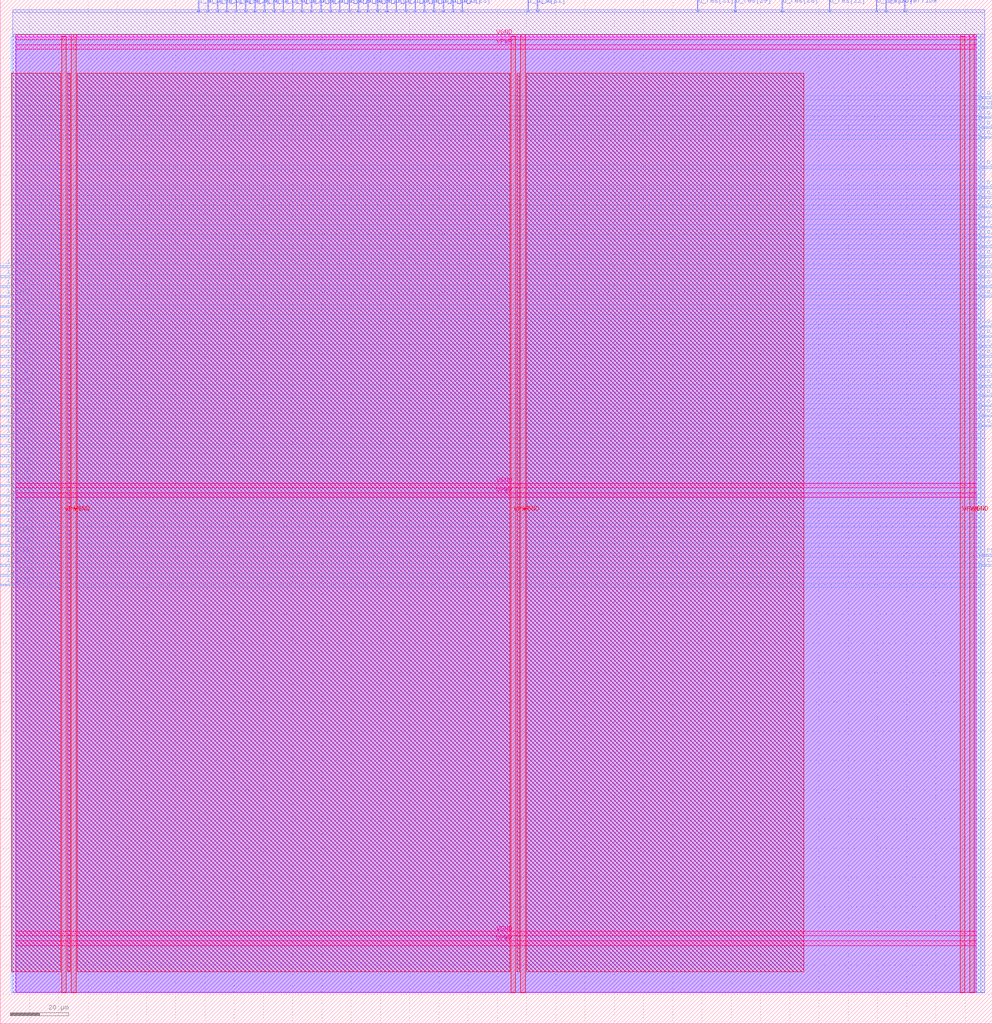
<source format=lef>
VERSION 5.7 ;
  NOWIREEXTENSIONATPIN ON ;
  DIVIDERCHAR "/" ;
  BUSBITCHARS "[]" ;
MACRO ALU
  CLASS BLOCK ;
  FOREIGN ALU ;
  ORIGIN 0.000 0.000 ;
  SIZE 339.240 BY 349.960 ;
  PIN VGND
    DIRECTION INOUT ;
    USE GROUND ;
    PORT
      LAYER met4 ;
        RECT 24.340 10.640 25.940 337.990 ;
    END
    PORT
      LAYER met4 ;
        RECT 177.940 10.640 179.540 337.990 ;
    END
    PORT
      LAYER met4 ;
        RECT 331.540 10.640 333.140 337.990 ;
    END
    PORT
      LAYER met5 ;
        RECT 5.280 30.030 333.740 31.630 ;
    END
    PORT
      LAYER met5 ;
        RECT 5.280 183.210 333.740 184.810 ;
    END
    PORT
      LAYER met5 ;
        RECT 5.280 336.390 333.740 337.990 ;
    END
  END VGND
  PIN VPWR
    DIRECTION INOUT ;
    USE POWER ;
    PORT
      LAYER met4 ;
        RECT 21.040 10.640 22.640 337.520 ;
    END
    PORT
      LAYER met4 ;
        RECT 174.640 10.640 176.240 337.520 ;
    END
    PORT
      LAYER met4 ;
        RECT 328.240 10.640 329.840 337.520 ;
    END
    PORT
      LAYER met5 ;
        RECT 5.280 26.730 333.740 28.330 ;
    END
    PORT
      LAYER met5 ;
        RECT 5.280 179.910 333.740 181.510 ;
    END
    PORT
      LAYER met5 ;
        RECT 5.280 333.090 333.740 334.690 ;
    END
  END VPWR
  PIN clk
    DIRECTION INPUT ;
    USE SIGNAL ;
    ANTENNAGATEAREA 0.852000 ;
    PORT
      LAYER met3 ;
        RECT 335.240 156.440 339.240 157.040 ;
    END
  END clk
  PIN i_a[0]
    DIRECTION INPUT ;
    USE SIGNAL ;
    ANTENNAGATEAREA 0.196500 ;
    PORT
      LAYER met3 ;
        RECT 0.000 258.440 4.000 259.040 ;
    END
  END i_a[0]
  PIN i_a[10]
    DIRECTION INPUT ;
    USE SIGNAL ;
    ANTENNAGATEAREA 0.196500 ;
    PORT
      LAYER met3 ;
        RECT 0.000 221.040 4.000 221.640 ;
    END
  END i_a[10]
  PIN i_a[11]
    DIRECTION INPUT ;
    USE SIGNAL ;
    ANTENNAGATEAREA 0.196500 ;
    PORT
      LAYER met3 ;
        RECT 0.000 214.240 4.000 214.840 ;
    END
  END i_a[11]
  PIN i_a[12]
    DIRECTION INPUT ;
    USE SIGNAL ;
    ANTENNAGATEAREA 0.196500 ;
    PORT
      LAYER met3 ;
        RECT 0.000 207.440 4.000 208.040 ;
    END
  END i_a[12]
  PIN i_a[13]
    DIRECTION INPUT ;
    USE SIGNAL ;
    ANTENNAGATEAREA 0.196500 ;
    PORT
      LAYER met3 ;
        RECT 0.000 200.640 4.000 201.240 ;
    END
  END i_a[13]
  PIN i_a[14]
    DIRECTION INPUT ;
    USE SIGNAL ;
    ANTENNAGATEAREA 0.196500 ;
    PORT
      LAYER met3 ;
        RECT 0.000 187.040 4.000 187.640 ;
    END
  END i_a[14]
  PIN i_a[15]
    DIRECTION INPUT ;
    USE SIGNAL ;
    ANTENNAGATEAREA 0.196500 ;
    PORT
      LAYER met3 ;
        RECT 0.000 193.840 4.000 194.440 ;
    END
  END i_a[15]
  PIN i_a[16]
    DIRECTION INPUT ;
    USE SIGNAL ;
    ANTENNAGATEAREA 0.196500 ;
    PORT
      LAYER met3 ;
        RECT 0.000 149.640 4.000 150.240 ;
    END
  END i_a[16]
  PIN i_a[17]
    DIRECTION INPUT ;
    USE SIGNAL ;
    ANTENNAGATEAREA 0.196500 ;
    PORT
      LAYER met3 ;
        RECT 0.000 156.440 4.000 157.040 ;
    END
  END i_a[17]
  PIN i_a[18]
    DIRECTION INPUT ;
    USE SIGNAL ;
    ANTENNAGATEAREA 0.196500 ;
    PORT
      LAYER met3 ;
        RECT 0.000 163.240 4.000 163.840 ;
    END
  END i_a[18]
  PIN i_a[19]
    DIRECTION INPUT ;
    USE SIGNAL ;
    ANTENNAGATEAREA 0.196500 ;
    PORT
      LAYER met3 ;
        RECT 0.000 153.040 4.000 153.640 ;
    END
  END i_a[19]
  PIN i_a[1]
    DIRECTION INPUT ;
    USE SIGNAL ;
    ANTENNAGATEAREA 0.196500 ;
    PORT
      LAYER met2 ;
        RECT 67.710 345.960 67.990 349.960 ;
    END
  END i_a[1]
  PIN i_a[20]
    DIRECTION INPUT ;
    USE SIGNAL ;
    ANTENNAGATEAREA 0.196500 ;
    PORT
      LAYER met3 ;
        RECT 0.000 183.640 4.000 184.240 ;
    END
  END i_a[20]
  PIN i_a[21]
    DIRECTION INPUT ;
    USE SIGNAL ;
    ANTENNAGATEAREA 0.196500 ;
    PORT
      LAYER met3 ;
        RECT 0.000 166.640 4.000 167.240 ;
    END
  END i_a[21]
  PIN i_a[22]
    DIRECTION INPUT ;
    USE SIGNAL ;
    ANTENNAGATEAREA 0.196500 ;
    PORT
      LAYER met3 ;
        RECT 0.000 159.840 4.000 160.440 ;
    END
  END i_a[22]
  PIN i_a[23]
    DIRECTION INPUT ;
    USE SIGNAL ;
    ANTENNAGATEAREA 0.196500 ;
    PORT
      LAYER met2 ;
        RECT 125.670 345.960 125.950 349.960 ;
    END
  END i_a[23]
  PIN i_a[24]
    DIRECTION INPUT ;
    USE SIGNAL ;
    ANTENNAGATEAREA 0.196500 ;
    PORT
      LAYER met2 ;
        RECT 122.450 345.960 122.730 349.960 ;
    END
  END i_a[24]
  PIN i_a[25]
    DIRECTION INPUT ;
    USE SIGNAL ;
    ANTENNAGATEAREA 0.196500 ;
    PORT
      LAYER met2 ;
        RECT 109.570 345.960 109.850 349.960 ;
    END
  END i_a[25]
  PIN i_a[26]
    DIRECTION INPUT ;
    USE SIGNAL ;
    ANTENNAGATEAREA 0.196500 ;
    PORT
      LAYER met2 ;
        RECT 119.230 345.960 119.510 349.960 ;
    END
  END i_a[26]
  PIN i_a[27]
    DIRECTION INPUT ;
    USE SIGNAL ;
    ANTENNAGATEAREA 0.196500 ;
    PORT
      LAYER met2 ;
        RECT 103.130 345.960 103.410 349.960 ;
    END
  END i_a[27]
  PIN i_a[28]
    DIRECTION INPUT ;
    USE SIGNAL ;
    ANTENNAGATEAREA 0.196500 ;
    PORT
      LAYER met2 ;
        RECT 112.790 345.960 113.070 349.960 ;
    END
  END i_a[28]
  PIN i_a[29]
    DIRECTION INPUT ;
    USE SIGNAL ;
    ANTENNAGATEAREA 0.196500 ;
    PORT
      LAYER met2 ;
        RECT 128.890 345.960 129.170 349.960 ;
    END
  END i_a[29]
  PIN i_a[2]
    DIRECTION INPUT ;
    USE SIGNAL ;
    ANTENNAGATEAREA 0.196500 ;
    PORT
      LAYER met2 ;
        RECT 83.810 345.960 84.090 349.960 ;
    END
  END i_a[2]
  PIN i_a[30]
    DIRECTION INPUT ;
    USE SIGNAL ;
    ANTENNAGATEAREA 0.196500 ;
    PORT
      LAYER met2 ;
        RECT 116.010 345.960 116.290 349.960 ;
    END
  END i_a[30]
  PIN i_a[31]
    DIRECTION INPUT ;
    USE SIGNAL ;
    ANTENNAGATEAREA 0.196500 ;
    PORT
      LAYER met2 ;
        RECT 183.630 345.960 183.910 349.960 ;
    END
  END i_a[31]
  PIN i_a[3]
    DIRECTION INPUT ;
    USE SIGNAL ;
    ANTENNAGATEAREA 0.196500 ;
    PORT
      LAYER met3 ;
        RECT 0.000 241.440 4.000 242.040 ;
    END
  END i_a[3]
  PIN i_a[4]
    DIRECTION INPUT ;
    USE SIGNAL ;
    ANTENNAGATEAREA 0.196500 ;
    PORT
      LAYER met2 ;
        RECT 90.250 345.960 90.530 349.960 ;
    END
  END i_a[4]
  PIN i_a[5]
    DIRECTION INPUT ;
    USE SIGNAL ;
    ANTENNAGATEAREA 0.196500 ;
    PORT
      LAYER met3 ;
        RECT 0.000 248.240 4.000 248.840 ;
    END
  END i_a[5]
  PIN i_a[6]
    DIRECTION INPUT ;
    USE SIGNAL ;
    ANTENNAGATEAREA 0.196500 ;
    PORT
      LAYER met3 ;
        RECT 0.000 238.040 4.000 238.640 ;
    END
  END i_a[6]
  PIN i_a[7]
    DIRECTION INPUT ;
    USE SIGNAL ;
    ANTENNAGATEAREA 0.196500 ;
    PORT
      LAYER met2 ;
        RECT 87.030 345.960 87.310 349.960 ;
    END
  END i_a[7]
  PIN i_a[8]
    DIRECTION INPUT ;
    USE SIGNAL ;
    ANTENNAGATEAREA 0.196500 ;
    PORT
      LAYER met3 ;
        RECT 0.000 234.640 4.000 235.240 ;
    END
  END i_a[8]
  PIN i_a[9]
    DIRECTION INPUT ;
    USE SIGNAL ;
    ANTENNAGATEAREA 0.196500 ;
    PORT
      LAYER met3 ;
        RECT 0.000 231.240 4.000 231.840 ;
    END
  END i_a[9]
  PIN i_b[0]
    DIRECTION INPUT ;
    USE SIGNAL ;
    ANTENNAGATEAREA 0.196500 ;
    PORT
      LAYER met2 ;
        RECT 70.930 345.960 71.210 349.960 ;
    END
  END i_b[0]
  PIN i_b[10]
    DIRECTION INPUT ;
    USE SIGNAL ;
    ANTENNAGATEAREA 0.196500 ;
    PORT
      LAYER met3 ;
        RECT 0.000 251.640 4.000 252.240 ;
    END
  END i_b[10]
  PIN i_b[11]
    DIRECTION INPUT ;
    USE SIGNAL ;
    ANTENNAGATEAREA 0.196500 ;
    PORT
      LAYER met3 ;
        RECT 0.000 244.840 4.000 245.440 ;
    END
  END i_b[11]
  PIN i_b[12]
    DIRECTION INPUT ;
    USE SIGNAL ;
    ANTENNAGATEAREA 0.196500 ;
    PORT
      LAYER met3 ;
        RECT 0.000 227.840 4.000 228.440 ;
    END
  END i_b[12]
  PIN i_b[13]
    DIRECTION INPUT ;
    USE SIGNAL ;
    ANTENNAGATEAREA 0.196500 ;
    PORT
      LAYER met3 ;
        RECT 0.000 224.440 4.000 225.040 ;
    END
  END i_b[13]
  PIN i_b[14]
    DIRECTION INPUT ;
    USE SIGNAL ;
    ANTENNAGATEAREA 0.196500 ;
    PORT
      LAYER met3 ;
        RECT 0.000 210.840 4.000 211.440 ;
    END
  END i_b[14]
  PIN i_b[15]
    DIRECTION INPUT ;
    USE SIGNAL ;
    ANTENNAGATEAREA 0.196500 ;
    PORT
      LAYER met3 ;
        RECT 0.000 217.640 4.000 218.240 ;
    END
  END i_b[15]
  PIN i_b[16]
    DIRECTION INPUT ;
    USE SIGNAL ;
    ANTENNAGATEAREA 0.196500 ;
    PORT
      LAYER met3 ;
        RECT 0.000 176.840 4.000 177.440 ;
    END
  END i_b[16]
  PIN i_b[17]
    DIRECTION INPUT ;
    USE SIGNAL ;
    ANTENNAGATEAREA 0.196500 ;
    PORT
      LAYER met3 ;
        RECT 0.000 170.040 4.000 170.640 ;
    END
  END i_b[17]
  PIN i_b[18]
    DIRECTION INPUT ;
    USE SIGNAL ;
    ANTENNAGATEAREA 0.196500 ;
    PORT
      LAYER met3 ;
        RECT 0.000 173.440 4.000 174.040 ;
    END
  END i_b[18]
  PIN i_b[19]
    DIRECTION INPUT ;
    USE SIGNAL ;
    ANTENNAGATEAREA 0.196500 ;
    PORT
      LAYER met3 ;
        RECT 0.000 180.240 4.000 180.840 ;
    END
  END i_b[19]
  PIN i_b[1]
    DIRECTION INPUT ;
    USE SIGNAL ;
    ANTENNAGATEAREA 0.196500 ;
    PORT
      LAYER met2 ;
        RECT 132.110 345.960 132.390 349.960 ;
    END
  END i_b[1]
  PIN i_b[20]
    DIRECTION INPUT ;
    USE SIGNAL ;
    ANTENNAGATEAREA 0.196500 ;
    PORT
      LAYER met3 ;
        RECT 0.000 190.440 4.000 191.040 ;
    END
  END i_b[20]
  PIN i_b[21]
    DIRECTION INPUT ;
    USE SIGNAL ;
    ANTENNAGATEAREA 0.196500 ;
    PORT
      LAYER met3 ;
        RECT 0.000 197.240 4.000 197.840 ;
    END
  END i_b[21]
  PIN i_b[22]
    DIRECTION INPUT ;
    USE SIGNAL ;
    ANTENNAGATEAREA 0.196500 ;
    PORT
      LAYER met3 ;
        RECT 0.000 204.040 4.000 204.640 ;
    END
  END i_b[22]
  PIN i_b[23]
    DIRECTION INPUT ;
    USE SIGNAL ;
    ANTENNAGATEAREA 0.196500 ;
    PORT
      LAYER met2 ;
        RECT 157.870 345.960 158.150 349.960 ;
    END
  END i_b[23]
  PIN i_b[24]
    DIRECTION INPUT ;
    USE SIGNAL ;
    ANTENNAGATEAREA 0.196500 ;
    PORT
      LAYER met2 ;
        RECT 151.430 345.960 151.710 349.960 ;
    END
  END i_b[24]
  PIN i_b[25]
    DIRECTION INPUT ;
    USE SIGNAL ;
    ANTENNAGATEAREA 0.196500 ;
    PORT
      LAYER met2 ;
        RECT 135.330 345.960 135.610 349.960 ;
    END
  END i_b[25]
  PIN i_b[26]
    DIRECTION INPUT ;
    USE SIGNAL ;
    ANTENNAGATEAREA 0.196500 ;
    PORT
      LAYER met2 ;
        RECT 148.210 345.960 148.490 349.960 ;
    END
  END i_b[26]
  PIN i_b[27]
    DIRECTION INPUT ;
    USE SIGNAL ;
    ANTENNAGATEAREA 0.196500 ;
    PORT
      LAYER met2 ;
        RECT 138.550 345.960 138.830 349.960 ;
    END
  END i_b[27]
  PIN i_b[28]
    DIRECTION INPUT ;
    USE SIGNAL ;
    ANTENNAGATEAREA 0.196500 ;
    PORT
      LAYER met2 ;
        RECT 154.650 345.960 154.930 349.960 ;
    END
  END i_b[28]
  PIN i_b[29]
    DIRECTION INPUT ;
    USE SIGNAL ;
    ANTENNAGATEAREA 0.196500 ;
    PORT
      LAYER met2 ;
        RECT 141.770 345.960 142.050 349.960 ;
    END
  END i_b[29]
  PIN i_b[2]
    DIRECTION INPUT ;
    USE SIGNAL ;
    ANTENNAGATEAREA 0.196500 ;
    PORT
      LAYER met2 ;
        RECT 106.350 345.960 106.630 349.960 ;
    END
  END i_b[2]
  PIN i_b[30]
    DIRECTION INPUT ;
    USE SIGNAL ;
    ANTENNAGATEAREA 0.196500 ;
    PORT
      LAYER met2 ;
        RECT 144.990 345.960 145.270 349.960 ;
    END
  END i_b[30]
  PIN i_b[31]
    DIRECTION INPUT ;
    USE SIGNAL ;
    ANTENNAGATEAREA 0.196500 ;
    PORT
      LAYER met2 ;
        RECT 180.410 345.960 180.690 349.960 ;
    END
  END i_b[31]
  PIN i_b[3]
    DIRECTION INPUT ;
    USE SIGNAL ;
    ANTENNAGATEAREA 0.196500 ;
    PORT
      LAYER met2 ;
        RECT 74.150 345.960 74.430 349.960 ;
    END
  END i_b[3]
  PIN i_b[4]
    DIRECTION INPUT ;
    USE SIGNAL ;
    ANTENNAGATEAREA 0.196500 ;
    PORT
      LAYER met2 ;
        RECT 96.690 345.960 96.970 349.960 ;
    END
  END i_b[4]
  PIN i_b[5]
    DIRECTION INPUT ;
    USE SIGNAL ;
    ANTENNAGATEAREA 0.196500 ;
    PORT
      LAYER met2 ;
        RECT 77.370 345.960 77.650 349.960 ;
    END
  END i_b[5]
  PIN i_b[6]
    DIRECTION INPUT ;
    USE SIGNAL ;
    ANTENNAGATEAREA 0.196500 ;
    PORT
      LAYER met2 ;
        RECT 99.910 345.960 100.190 349.960 ;
    END
  END i_b[6]
  PIN i_b[7]
    DIRECTION INPUT ;
    USE SIGNAL ;
    ANTENNAGATEAREA 0.196500 ;
    PORT
      LAYER met2 ;
        RECT 93.470 345.960 93.750 349.960 ;
    END
  END i_b[7]
  PIN i_b[8]
    DIRECTION INPUT ;
    USE SIGNAL ;
    ANTENNAGATEAREA 0.196500 ;
    PORT
      LAYER met2 ;
        RECT 80.590 345.960 80.870 349.960 ;
    END
  END i_b[8]
  PIN i_b[9]
    DIRECTION INPUT ;
    USE SIGNAL ;
    ANTENNAGATEAREA 0.196500 ;
    PORT
      LAYER met3 ;
        RECT 0.000 255.040 4.000 255.640 ;
    END
  END i_b[9]
  PIN i_vld
    DIRECTION INPUT ;
    USE SIGNAL ;
    ANTENNAGATEAREA 0.196500 ;
    PORT
      LAYER met2 ;
        RECT 302.770 345.960 303.050 349.960 ;
    END
  END i_vld
  PIN o_res[0]
    DIRECTION OUTPUT ;
    USE SIGNAL ;
    ANTENNADIFFAREA 0.445500 ;
    PORT
      LAYER met3 ;
        RECT 335.240 224.440 339.240 225.040 ;
    END
  END o_res[0]
  PIN o_res[10]
    DIRECTION OUTPUT ;
    USE SIGNAL ;
    ANTENNADIFFAREA 0.445500 ;
    PORT
      LAYER met3 ;
        RECT 335.240 248.240 339.240 248.840 ;
    END
  END o_res[10]
  PIN o_res[11]
    DIRECTION OUTPUT ;
    USE SIGNAL ;
    ANTENNADIFFAREA 0.445500 ;
    PORT
      LAYER met3 ;
        RECT 335.240 251.640 339.240 252.240 ;
    END
  END o_res[11]
  PIN o_res[12]
    DIRECTION OUTPUT ;
    USE SIGNAL ;
    ANTENNADIFFAREA 0.445500 ;
    PORT
      LAYER met3 ;
        RECT 335.240 238.040 339.240 238.640 ;
    END
  END o_res[12]
  PIN o_res[13]
    DIRECTION OUTPUT ;
    USE SIGNAL ;
    ANTENNADIFFAREA 0.445500 ;
    PORT
      LAYER met3 ;
        RECT 335.240 258.440 339.240 259.040 ;
    END
  END o_res[13]
  PIN o_res[14]
    DIRECTION OUTPUT ;
    USE SIGNAL ;
    ANTENNADIFFAREA 0.445500 ;
    PORT
      LAYER met3 ;
        RECT 335.240 272.040 339.240 272.640 ;
    END
  END o_res[14]
  PIN o_res[15]
    DIRECTION OUTPUT ;
    USE SIGNAL ;
    ANTENNADIFFAREA 0.445500 ;
    PORT
      LAYER met3 ;
        RECT 335.240 255.040 339.240 255.640 ;
    END
  END o_res[15]
  PIN o_res[16]
    DIRECTION OUTPUT ;
    USE SIGNAL ;
    ANTENNADIFFAREA 0.445500 ;
    PORT
      LAYER met3 ;
        RECT 335.240 261.840 339.240 262.440 ;
    END
  END o_res[16]
  PIN o_res[17]
    DIRECTION OUTPUT ;
    USE SIGNAL ;
    ANTENNADIFFAREA 0.445500 ;
    PORT
      LAYER met3 ;
        RECT 335.240 282.240 339.240 282.840 ;
    END
  END o_res[17]
  PIN o_res[18]
    DIRECTION OUTPUT ;
    USE SIGNAL ;
    ANTENNADIFFAREA 0.445500 ;
    PORT
      LAYER met3 ;
        RECT 335.240 275.440 339.240 276.040 ;
    END
  END o_res[18]
  PIN o_res[19]
    DIRECTION OUTPUT ;
    USE SIGNAL ;
    ANTENNADIFFAREA 0.445500 ;
    PORT
      LAYER met3 ;
        RECT 335.240 265.240 339.240 265.840 ;
    END
  END o_res[19]
  PIN o_res[1]
    DIRECTION OUTPUT ;
    USE SIGNAL ;
    ANTENNADIFFAREA 0.445500 ;
    PORT
      LAYER met3 ;
        RECT 335.240 231.240 339.240 231.840 ;
    END
  END o_res[1]
  PIN o_res[20]
    DIRECTION OUTPUT ;
    USE SIGNAL ;
    ANTENNADIFFAREA 0.445500 ;
    PORT
      LAYER met3 ;
        RECT 335.240 278.840 339.240 279.440 ;
    END
  END o_res[20]
  PIN o_res[21]
    DIRECTION OUTPUT ;
    USE SIGNAL ;
    ANTENNADIFFAREA 0.445500 ;
    PORT
      LAYER met3 ;
        RECT 335.240 268.640 339.240 269.240 ;
    END
  END o_res[21]
  PIN o_res[22]
    DIRECTION OUTPUT ;
    USE SIGNAL ;
    ANTENNADIFFAREA 0.445500 ;
    PORT
      LAYER met2 ;
        RECT 283.450 345.960 283.730 349.960 ;
    END
  END o_res[22]
  PIN o_res[23]
    DIRECTION OUTPUT ;
    USE SIGNAL ;
    ANTENNADIFFAREA 0.445500 ;
    PORT
      LAYER met3 ;
        RECT 335.240 306.040 339.240 306.640 ;
    END
  END o_res[23]
  PIN o_res[24]
    DIRECTION OUTPUT ;
    USE SIGNAL ;
    ANTENNADIFFAREA 0.445500 ;
    PORT
      LAYER met3 ;
        RECT 335.240 302.640 339.240 303.240 ;
    END
  END o_res[24]
  PIN o_res[25]
    DIRECTION OUTPUT ;
    USE SIGNAL ;
    ANTENNADIFFAREA 0.445500 ;
    PORT
      LAYER met3 ;
        RECT 335.240 285.640 339.240 286.240 ;
    END
  END o_res[25]
  PIN o_res[26]
    DIRECTION OUTPUT ;
    USE SIGNAL ;
    ANTENNADIFFAREA 0.445500 ;
    PORT
      LAYER met3 ;
        RECT 335.240 292.440 339.240 293.040 ;
    END
  END o_res[26]
  PIN o_res[27]
    DIRECTION OUTPUT ;
    USE SIGNAL ;
    ANTENNADIFFAREA 0.445500 ;
    PORT
      LAYER met3 ;
        RECT 335.240 316.240 339.240 316.840 ;
    END
  END o_res[27]
  PIN o_res[28]
    DIRECTION OUTPUT ;
    USE SIGNAL ;
    ANTENNADIFFAREA 0.445500 ;
    PORT
      LAYER met2 ;
        RECT 267.350 345.960 267.630 349.960 ;
    END
  END o_res[28]
  PIN o_res[29]
    DIRECTION OUTPUT ;
    USE SIGNAL ;
    ANTENNADIFFAREA 0.445500 ;
    PORT
      LAYER met2 ;
        RECT 251.250 345.960 251.530 349.960 ;
    END
  END o_res[29]
  PIN o_res[2]
    DIRECTION OUTPUT ;
    USE SIGNAL ;
    ANTENNADIFFAREA 0.445500 ;
    PORT
      LAYER met3 ;
        RECT 335.240 234.640 339.240 235.240 ;
    END
  END o_res[2]
  PIN o_res[30]
    DIRECTION OUTPUT ;
    USE SIGNAL ;
    ANTENNADIFFAREA 0.445500 ;
    PORT
      LAYER met2 ;
        RECT 299.550 345.960 299.830 349.960 ;
    END
  END o_res[30]
  PIN o_res[31]
    DIRECTION OUTPUT ;
    USE SIGNAL ;
    ANTENNADIFFAREA 0.445500 ;
    PORT
      LAYER met2 ;
        RECT 238.370 345.960 238.650 349.960 ;
    END
  END o_res[31]
  PIN o_res[3]
    DIRECTION OUTPUT ;
    USE SIGNAL ;
    ANTENNADIFFAREA 0.445500 ;
    PORT
      LAYER met3 ;
        RECT 335.240 204.040 339.240 204.640 ;
    END
  END o_res[3]
  PIN o_res[4]
    DIRECTION OUTPUT ;
    USE SIGNAL ;
    ANTENNADIFFAREA 0.445500 ;
    PORT
      LAYER met3 ;
        RECT 335.240 227.840 339.240 228.440 ;
    END
  END o_res[4]
  PIN o_res[5]
    DIRECTION OUTPUT ;
    USE SIGNAL ;
    ANTENNADIFFAREA 0.445500 ;
    PORT
      LAYER met3 ;
        RECT 335.240 217.640 339.240 218.240 ;
    END
  END o_res[5]
  PIN o_res[6]
    DIRECTION OUTPUT ;
    USE SIGNAL ;
    ANTENNADIFFAREA 0.445500 ;
    PORT
      LAYER met3 ;
        RECT 335.240 207.440 339.240 208.040 ;
    END
  END o_res[6]
  PIN o_res[7]
    DIRECTION OUTPUT ;
    USE SIGNAL ;
    ANTENNADIFFAREA 0.445500 ;
    PORT
      LAYER met3 ;
        RECT 335.240 214.240 339.240 214.840 ;
    END
  END o_res[7]
  PIN o_res[8]
    DIRECTION OUTPUT ;
    USE SIGNAL ;
    ANTENNADIFFAREA 0.445500 ;
    PORT
      LAYER met3 ;
        RECT 335.240 210.840 339.240 211.440 ;
    END
  END o_res[8]
  PIN o_res[9]
    DIRECTION OUTPUT ;
    USE SIGNAL ;
    ANTENNADIFFAREA 0.445500 ;
    PORT
      LAYER met3 ;
        RECT 335.240 221.040 339.240 221.640 ;
    END
  END o_res[9]
  PIN o_res_vld
    DIRECTION OUTPUT ;
    USE SIGNAL ;
    ANTENNADIFFAREA 0.445500 ;
    PORT
      LAYER met3 ;
        RECT 335.240 309.440 339.240 310.040 ;
    END
  END o_res_vld
  PIN opcode
    DIRECTION INPUT ;
    USE SIGNAL ;
    ANTENNAGATEAREA 0.196500 ;
    PORT
      LAYER met3 ;
        RECT 335.240 312.840 339.240 313.440 ;
    END
  END opcode
  PIN overflow
    DIRECTION OUTPUT ;
    USE SIGNAL ;
    ANTENNADIFFAREA 0.445500 ;
    PORT
      LAYER met2 ;
        RECT 309.210 345.960 309.490 349.960 ;
    END
  END overflow
  PIN rst
    DIRECTION INPUT ;
    USE SIGNAL ;
    ANTENNAGATEAREA 0.196500 ;
    PORT
      LAYER met3 ;
        RECT 335.240 159.840 339.240 160.440 ;
    END
  END rst
  OBS
      LAYER nwell ;
        RECT 5.330 10.795 333.690 337.365 ;
      LAYER li1 ;
        RECT 5.520 10.795 333.500 337.365 ;
      LAYER met1 ;
        RECT 4.210 10.640 336.650 338.200 ;
      LAYER met2 ;
        RECT 4.230 345.680 67.430 346.530 ;
        RECT 68.270 345.680 70.650 346.530 ;
        RECT 71.490 345.680 73.870 346.530 ;
        RECT 74.710 345.680 77.090 346.530 ;
        RECT 77.930 345.680 80.310 346.530 ;
        RECT 81.150 345.680 83.530 346.530 ;
        RECT 84.370 345.680 86.750 346.530 ;
        RECT 87.590 345.680 89.970 346.530 ;
        RECT 90.810 345.680 93.190 346.530 ;
        RECT 94.030 345.680 96.410 346.530 ;
        RECT 97.250 345.680 99.630 346.530 ;
        RECT 100.470 345.680 102.850 346.530 ;
        RECT 103.690 345.680 106.070 346.530 ;
        RECT 106.910 345.680 109.290 346.530 ;
        RECT 110.130 345.680 112.510 346.530 ;
        RECT 113.350 345.680 115.730 346.530 ;
        RECT 116.570 345.680 118.950 346.530 ;
        RECT 119.790 345.680 122.170 346.530 ;
        RECT 123.010 345.680 125.390 346.530 ;
        RECT 126.230 345.680 128.610 346.530 ;
        RECT 129.450 345.680 131.830 346.530 ;
        RECT 132.670 345.680 135.050 346.530 ;
        RECT 135.890 345.680 138.270 346.530 ;
        RECT 139.110 345.680 141.490 346.530 ;
        RECT 142.330 345.680 144.710 346.530 ;
        RECT 145.550 345.680 147.930 346.530 ;
        RECT 148.770 345.680 151.150 346.530 ;
        RECT 151.990 345.680 154.370 346.530 ;
        RECT 155.210 345.680 157.590 346.530 ;
        RECT 158.430 345.680 180.130 346.530 ;
        RECT 180.970 345.680 183.350 346.530 ;
        RECT 184.190 345.680 238.090 346.530 ;
        RECT 238.930 345.680 250.970 346.530 ;
        RECT 251.810 345.680 267.070 346.530 ;
        RECT 267.910 345.680 283.170 346.530 ;
        RECT 284.010 345.680 299.270 346.530 ;
        RECT 300.110 345.680 302.490 346.530 ;
        RECT 303.330 345.680 308.930 346.530 ;
        RECT 309.770 345.680 336.620 346.530 ;
        RECT 4.230 10.695 336.620 345.680 ;
      LAYER met3 ;
        RECT 3.750 317.240 335.240 337.445 ;
        RECT 3.750 315.840 334.840 317.240 ;
        RECT 3.750 313.840 335.240 315.840 ;
        RECT 3.750 312.440 334.840 313.840 ;
        RECT 3.750 310.440 335.240 312.440 ;
        RECT 3.750 309.040 334.840 310.440 ;
        RECT 3.750 307.040 335.240 309.040 ;
        RECT 3.750 305.640 334.840 307.040 ;
        RECT 3.750 303.640 335.240 305.640 ;
        RECT 3.750 302.240 334.840 303.640 ;
        RECT 3.750 293.440 335.240 302.240 ;
        RECT 3.750 292.040 334.840 293.440 ;
        RECT 3.750 286.640 335.240 292.040 ;
        RECT 3.750 285.240 334.840 286.640 ;
        RECT 3.750 283.240 335.240 285.240 ;
        RECT 3.750 281.840 334.840 283.240 ;
        RECT 3.750 279.840 335.240 281.840 ;
        RECT 3.750 278.440 334.840 279.840 ;
        RECT 3.750 276.440 335.240 278.440 ;
        RECT 3.750 275.040 334.840 276.440 ;
        RECT 3.750 273.040 335.240 275.040 ;
        RECT 3.750 271.640 334.840 273.040 ;
        RECT 3.750 269.640 335.240 271.640 ;
        RECT 3.750 268.240 334.840 269.640 ;
        RECT 3.750 266.240 335.240 268.240 ;
        RECT 3.750 264.840 334.840 266.240 ;
        RECT 3.750 262.840 335.240 264.840 ;
        RECT 3.750 261.440 334.840 262.840 ;
        RECT 3.750 259.440 335.240 261.440 ;
        RECT 4.400 258.040 334.840 259.440 ;
        RECT 3.750 256.040 335.240 258.040 ;
        RECT 4.400 254.640 334.840 256.040 ;
        RECT 3.750 252.640 335.240 254.640 ;
        RECT 4.400 251.240 334.840 252.640 ;
        RECT 3.750 249.240 335.240 251.240 ;
        RECT 4.400 247.840 334.840 249.240 ;
        RECT 3.750 245.840 335.240 247.840 ;
        RECT 4.400 244.440 335.240 245.840 ;
        RECT 3.750 242.440 335.240 244.440 ;
        RECT 4.400 241.040 335.240 242.440 ;
        RECT 3.750 239.040 335.240 241.040 ;
        RECT 4.400 237.640 334.840 239.040 ;
        RECT 3.750 235.640 335.240 237.640 ;
        RECT 4.400 234.240 334.840 235.640 ;
        RECT 3.750 232.240 335.240 234.240 ;
        RECT 4.400 230.840 334.840 232.240 ;
        RECT 3.750 228.840 335.240 230.840 ;
        RECT 4.400 227.440 334.840 228.840 ;
        RECT 3.750 225.440 335.240 227.440 ;
        RECT 4.400 224.040 334.840 225.440 ;
        RECT 3.750 222.040 335.240 224.040 ;
        RECT 4.400 220.640 334.840 222.040 ;
        RECT 3.750 218.640 335.240 220.640 ;
        RECT 4.400 217.240 334.840 218.640 ;
        RECT 3.750 215.240 335.240 217.240 ;
        RECT 4.400 213.840 334.840 215.240 ;
        RECT 3.750 211.840 335.240 213.840 ;
        RECT 4.400 210.440 334.840 211.840 ;
        RECT 3.750 208.440 335.240 210.440 ;
        RECT 4.400 207.040 334.840 208.440 ;
        RECT 3.750 205.040 335.240 207.040 ;
        RECT 4.400 203.640 334.840 205.040 ;
        RECT 3.750 201.640 335.240 203.640 ;
        RECT 4.400 200.240 335.240 201.640 ;
        RECT 3.750 198.240 335.240 200.240 ;
        RECT 4.400 196.840 335.240 198.240 ;
        RECT 3.750 194.840 335.240 196.840 ;
        RECT 4.400 193.440 335.240 194.840 ;
        RECT 3.750 191.440 335.240 193.440 ;
        RECT 4.400 190.040 335.240 191.440 ;
        RECT 3.750 188.040 335.240 190.040 ;
        RECT 4.400 186.640 335.240 188.040 ;
        RECT 3.750 184.640 335.240 186.640 ;
        RECT 4.400 183.240 335.240 184.640 ;
        RECT 3.750 181.240 335.240 183.240 ;
        RECT 4.400 179.840 335.240 181.240 ;
        RECT 3.750 177.840 335.240 179.840 ;
        RECT 4.400 176.440 335.240 177.840 ;
        RECT 3.750 174.440 335.240 176.440 ;
        RECT 4.400 173.040 335.240 174.440 ;
        RECT 3.750 171.040 335.240 173.040 ;
        RECT 4.400 169.640 335.240 171.040 ;
        RECT 3.750 167.640 335.240 169.640 ;
        RECT 4.400 166.240 335.240 167.640 ;
        RECT 3.750 164.240 335.240 166.240 ;
        RECT 4.400 162.840 335.240 164.240 ;
        RECT 3.750 160.840 335.240 162.840 ;
        RECT 4.400 159.440 334.840 160.840 ;
        RECT 3.750 157.440 335.240 159.440 ;
        RECT 4.400 156.040 334.840 157.440 ;
        RECT 3.750 154.040 335.240 156.040 ;
        RECT 4.400 152.640 335.240 154.040 ;
        RECT 3.750 150.640 335.240 152.640 ;
        RECT 4.400 149.240 335.240 150.640 ;
        RECT 3.750 10.715 335.240 149.240 ;
      LAYER met4 ;
        RECT 3.975 17.855 20.640 324.865 ;
        RECT 23.040 17.855 23.940 324.865 ;
        RECT 26.340 17.855 174.240 324.865 ;
        RECT 176.640 17.855 177.540 324.865 ;
        RECT 179.940 17.855 274.785 324.865 ;
  END
END ALU
END LIBRARY


</source>
